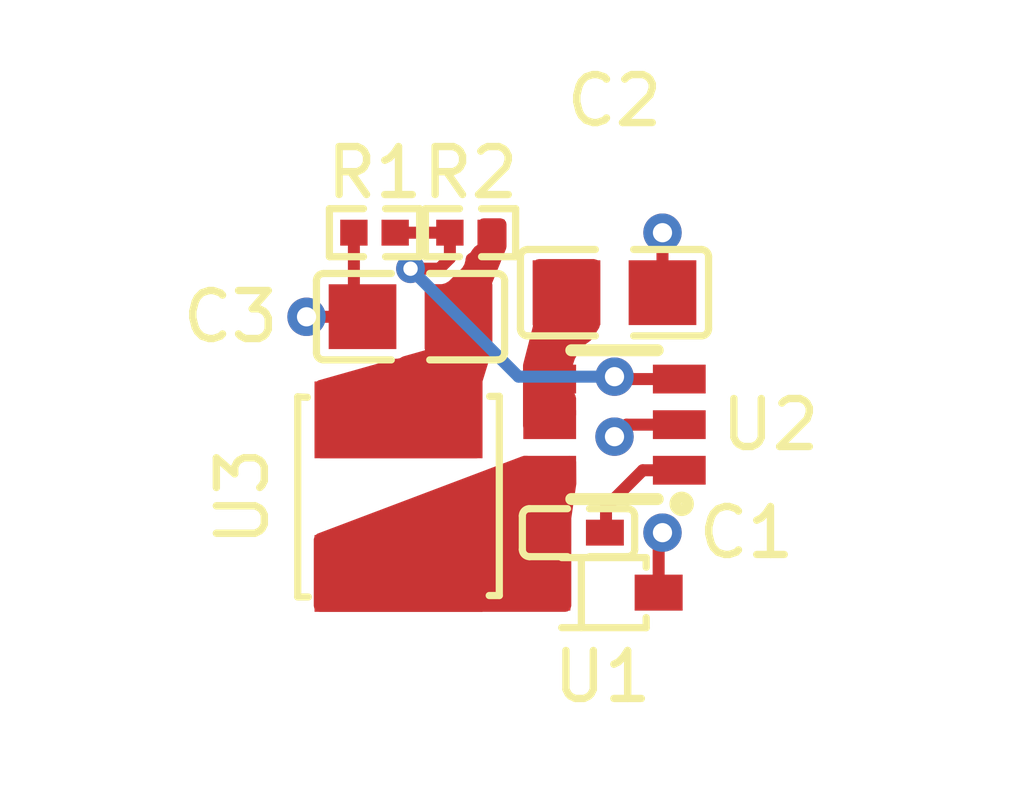
<source format=kicad_pcb>
(kicad_pcb (version 20240108) (generator "pcbnew") (generator_version "8.0")
  (layers (0 "F.Cu" signal) (31 "B.Cu" signal) (34 "B.Paste" user) (35 "F.Paste" user) (36 "B.SilkS" user "B.Silkscreen") (37 "F.SilkS" user "F.Silkscreen") (38 "B.Mask" user) (39 "F.Mask" user) (44 "Edge.Cuts" user))
  (net 0 "")
  (net 1 "hv")
  (net 2 "line")
  (net 3 "CB")
  (net 4 "SW")
  (net 5 "gnd-1")
  (net 6 "gnd")
  (net 7 "VIN")
  (footprint "atopile:C0402-b3ef17" (layer "F.Cu") (at -0.75 2.25 180)
    (property "Reference" "C1" (at -3.5 0 0) (layer "F.SilkS") (hide no))
    (property "Value" "470nF ±20% 16V X5R")
    (fp_line (start 1.17 0.35) (end 1.17 -0.35) (stroke (width 0.15)) (layer "F.SilkS"))
    (fp_line (start 1.02 -0.5) (end 0.23 -0.5) (stroke (width 0.15)) (layer "F.SilkS"))
    (fp_line (start 0.23 0.5) (end 1.02 0.5) (stroke (width 0.15)) (layer "F.SilkS"))
    (fp_line (start -0.23 0.5) (end -1.02 0.5) (stroke (width 0.15)) (layer "F.SilkS"))
    (fp_line (start -1.02 -0.5) (end -0.23 -0.5) (stroke (width 0.15)) (layer "F.SilkS"))
    (fp_line (start -1.17 0.35) (end -1.17 -0.35) (stroke (width 0.15)) (layer "F.SilkS"))
    (fp_arc (start 1.17 0.35) (mid 1.126066 0.456066) (end 1.02 0.5) (stroke (width 0.15)) (layer "F.SilkS"))
    (fp_arc (start 1.02 -0.5) (mid 1.126066 -0.456066) (end 1.17 -0.35) (stroke (width 0.15)) (layer "F.SilkS"))
    (fp_arc (start -1.02 0.5) (mid -1.126066 0.456066) (end -1.17 0.35) (stroke (width 0.15)) (layer "F.SilkS"))
    (fp_arc (start -1.17 -0.35) (mid -1.126066 -0.456066) (end -1.02 -0.5) (stroke (width 0.15)) (layer "F.SilkS"))
    (fp_text user "${REFERENCE}" (at -3.5 0 0) (layer "F.SilkS"))
    (pad "1" smd rect (at -0.55 0 180) (size 0.79 0.54) (layers "F.Cu" "F.Paste" "F.Mask") (net 3 "CB"))
    (pad "2" smd rect (at 0.55 0 180) (size 0.79 0.54) (layers "F.Cu" "F.Paste" "F.Mask") (net 4 "SW"))
  )
  (footprint "atopile:C0805-3b2e55" (layer "F.Cu") (at -4.25 -2.25 180)
    (property "Reference" "C3" (at 3.75 0 0) (layer "F.SilkS") (hide no))
    (property "Value" "100nF ±10% 50V X7R")
    (fp_line (start 1.96 0.75) (end 1.96 -0.75) (stroke (width 0.15)) (layer "F.SilkS"))
    (fp_line (start 1.81 -0.9) (end 0.4 -0.9) (stroke (width 0.15)) (layer "F.SilkS"))
    (fp_line (start 0.4 0.9) (end 1.81 0.9) (stroke (width 0.15)) (layer "F.SilkS"))
    (fp_line (start -0.4 0.9) (end -1.81 0.9) (stroke (width 0.15)) (layer "F.SilkS"))
    (fp_line (start -1.81 -0.9) (end -0.4 -0.9) (stroke (width 0.15)) (layer "F.SilkS"))
    (fp_line (start -1.96 0.75) (end -1.96 -0.75) (stroke (width 0.15)) (layer "F.SilkS"))
    (fp_arc (start 1.96 0.75) (mid 1.916066 0.856066) (end 1.81 0.9) (stroke (width 0.15)) (layer "F.SilkS"))
    (fp_arc (start 1.81 -0.9) (mid 1.916066 -0.856066) (end 1.96 -0.75) (stroke (width 0.15)) (layer "F.SilkS"))
    (fp_arc (start -1.81 0.9) (mid -1.916066 0.856066) (end -1.96 0.75) (stroke (width 0.15)) (layer "F.SilkS"))
    (fp_arc (start -1.96 -0.75) (mid -1.916066 -0.856066) (end -1.81 -0.9) (stroke (width 0.15)) (layer "F.SilkS"))
    (fp_text user "${REFERENCE}" (at 3.75 0 0) (layer "F.SilkS"))
    (pad "1" smd rect (at -1 0 180) (size 1.41 1.35) (layers "F.Cu" "F.Paste" "F.Mask") (net 1 "hv"))
    (pad "2" smd rect (at 1 0 180) (size 1.41 1.35) (layers "F.Cu" "F.Paste" "F.Mask") (net 6 "gnd"))
  )
  (footprint "atopile:C0805-3b2e55" (layer "F.Cu") (at 0 -2.75 0)
    (property "Reference" "C2" (at 0 -4 0) (layer "F.SilkS") (hide no))
    (property "Value" "100nF ±10% 50V X7R")
    (fp_line (start -1.96 0.75) (end -1.96 -0.75) (stroke (width 0.15)) (layer "F.SilkS"))
    (fp_line (start -1.81 -0.9) (end -0.4 -0.9) (stroke (width 0.15)) (layer "F.SilkS"))
    (fp_line (start -0.4 0.9) (end -1.81 0.9) (stroke (width 0.15)) (layer "F.SilkS"))
    (fp_line (start 0.4 0.9) (end 1.81 0.9) (stroke (width 0.15)) (layer "F.SilkS"))
    (fp_line (start 1.81 -0.9) (end 0.4 -0.9) (stroke (width 0.15)) (layer "F.SilkS"))
    (fp_line (start 1.96 0.75) (end 1.96 -0.75) (stroke (width 0.15)) (layer "F.SilkS"))
    (fp_arc (start -1.96 -0.75) (mid -1.916066 -0.856066) (end -1.81 -0.9) (stroke (width 0.15)) (layer "F.SilkS"))
    (fp_arc (start -1.81 0.9) (mid -1.916066 0.856066) (end -1.96 0.75) (stroke (width 0.15)) (layer "F.SilkS"))
    (fp_arc (start 1.81 -0.9) (mid 1.916066 -0.856066) (end 1.96 -0.75) (stroke (width 0.15)) (layer "F.SilkS"))
    (fp_arc (start 1.96 0.75) (mid 1.916066 0.856066) (end 1.81 0.9) (stroke (width 0.15)) (layer "F.SilkS"))
    (fp_text user "${REFERENCE}" (at 0 -4 0) (layer "F.SilkS"))
    (pad "1" smd rect (at -1 0 0) (size 1.41 1.35) (layers "F.Cu" "F.Paste" "F.Mask") (net 7 "VIN"))
    (pad "2" smd rect (at 1 0 0) (size 1.41 1.35) (layers "F.Cu" "F.Paste" "F.Mask") (net 5 "gnd-1"))
  )
  (footprint "atopile:R0402-56259e" (layer "F.Cu") (at -5 -4 180)
    (property "Reference" "R1" (at 0 1.25 0) (layer "F.SilkS") (hide no))
    (property "Value" "8.2kΩ ±1% 62.5mW")
    (fp_line (start 0.94 0.5) (end 0.94 -0.5) (stroke (width 0.15)) (layer "F.SilkS"))
    (fp_line (start 0.94 -0.5) (end 0.23 -0.5) (stroke (width 0.15)) (layer "F.SilkS"))
    (fp_line (start 0.23 0.5) (end 0.94 0.5) (stroke (width 0.15)) (layer "F.SilkS"))
    (fp_line (start -0.23 0.5) (end -0.94 0.5) (stroke (width 0.15)) (layer "F.SilkS"))
    (fp_line (start -0.94 0.5) (end -0.94 -0.5) (stroke (width 0.15)) (layer "F.SilkS"))
    (fp_line (start -0.94 -0.5) (end -0.23 -0.5) (stroke (width 0.15)) (layer "F.SilkS"))
    (fp_text user "${REFERENCE}" (at 0 1.25 0) (layer "F.SilkS"))
    (pad "1" smd rect (at -0.43 0 180) (size 0.57 0.54) (layers "F.Cu" "F.Paste" "F.Mask") (net 2 "line"))
    (pad "2" smd rect (at 0.43 0 180) (size 0.57 0.54) (layers "F.Cu" "F.Paste" "F.Mask") (net 6 "gnd"))
  )
  (footprint "lib:SOD-323_L1.8-W1.3-LS2.5-RD" (layer "F.Cu") (at -0.25 3.5 0)
    (property "Reference" "U1" (at 0 1.75 0) (layer "F.SilkS") (hide no))
    (property "Value" "")
    (fp_line (start -0.85 -0.73) (end 0.91 -0.73) (stroke (width 0.15)) (layer "F.SilkS"))
    (fp_line (start -0.85 0.73) (end 0.91 0.73) (stroke (width 0.15)) (layer "F.SilkS"))
    (fp_line (start -0.44 -0.73) (end -0.44 0.73) (stroke (width 0.15)) (layer "F.SilkS"))
    (fp_line (start 0.91 -0.73) (end 0.91 -0.53) (stroke (width 0.15)) (layer "F.SilkS"))
    (fp_line (start 0.91 0.73) (end 0.91 0.52) (stroke (width 0.15)) (layer "F.SilkS"))
    (fp_text user "${REFERENCE}" (at 0 1.75 0) (layer "F.SilkS"))
    (pad "1" smd rect (at -1.17 0 0) (size 1 0.75) (layers "F.Cu" "F.Paste" "F.Mask") (net 4 "SW"))
    (pad "2" smd rect (at 1.17 0 0) (size 1 0.75) (layers "F.Cu" "F.Paste" "F.Mask") (net 6 "gnd"))
  )
  (footprint "lib:SOT-23-6_L2.9-W1.6-P0.95-LS2.8-BR" (layer "F.Cu") (at 0 0 0)
    (property "Reference" "U2" (at 3.25 0 0) (layer "F.SilkS") (hide no))
    (property "Value" "")
    (fp_line (start -0.9 -1.55) (end 0.9 -1.55) (stroke (width 0.25)) (layer "F.SilkS"))
    (fp_line (start -0.9 1.55) (end 0.9 1.55) (stroke (width 0.25)) (layer "F.SilkS"))
    (fp_circle (center 1.4 1.65) (end 1.53 1.65) (stroke (width 0.25)) (fill none) (layer "F.SilkS"))
    (fp_text user "${REFERENCE}" (at 3.25 0 0) (layer "F.SilkS"))
    (pad "1" smd rect (at 1.35 0.95 0) (size 1.1 0.6) (layers "F.Cu" "F.Paste" "F.Mask") (net 3 "CB"))
    (pad "2" smd rect (at 1.35 0 0) (size 1.1 0.6) (layers "F.Cu" "F.Paste" "F.Mask") (net 5 "gnd-1"))
    (pad "3" smd rect (at 1.35 -0.95 0) (size 1.1 0.6) (layers "F.Cu" "F.Paste" "F.Mask") (net 2 "line"))
    (pad "4" smd rect (at -1.35 -0.95 0) (size 1.1 0.6) (layers "F.Cu" "F.Paste" "F.Mask") (net 7 "VIN"))
    (pad "5" smd rect (at -1.35 0 0) (size 1.1 0.6) (layers "F.Cu" "F.Paste" "F.Mask") (net 7 "VIN"))
    (pad "6" smd rect (at -1.35 0.95 0) (size 1.1 0.6) (layers "F.Cu" "F.Paste" "F.Mask") (net 4 "SW"))
  )
  (footprint "lib:IND-SMD_L4.0-W4.0" (layer "F.Cu") (at -4.5 1.5 90)
    (property "Reference" "U3" (at 0 -3.25 90) (layer "F.SilkS") (hide no))
    (property "Value" "10µH ±20%")
    (fp_line (start 2.08 -2.1) (end -2.09 -2.1) (stroke (width 0.15)) (layer "F.SilkS"))
    (fp_line (start -2.09 -2.1) (end -2.09 -1.88) (stroke (width 0.15)) (layer "F.SilkS"))
    (fp_line (start 2.07 -1.9) (end 2.08 -2.1) (stroke (width 0.15)) (layer "F.SilkS"))
    (fp_line (start -2.06 1.89) (end -2.06 2.1) (stroke (width 0.15)) (layer "F.SilkS"))
    (fp_line (start 2.09 2.1) (end 2.09 1.9) (stroke (width 0.15)) (layer "F.SilkS"))
    (fp_line (start -2.06 2.1) (end 2.09 2.1) (stroke (width 0.15)) (layer "F.SilkS"))
    (fp_text user "${REFERENCE}" (at 0 -3.25 90) (layer "F.SilkS"))
    (pad "1" smd rect (at -1.6 0 90) (size 1.6 3.5) (layers "F.Cu" "F.Paste" "F.Mask") (net 4 "SW"))
    (pad "2" smd rect (at 1.6 0 90) (size 1.6 3.5) (layers "F.Cu" "F.Paste" "F.Mask") (net 1 "hv"))
  )
  (footprint "atopile:R0402-56259e" (layer "F.Cu") (at -3 -4 180)
    (property "Reference" "R2" (at 0 1.25 0) (layer "F.SilkS") (hide no))
    (property "Value" "10kΩ ±1% 62.5mW")
    (fp_line (start 0.94 0.5) (end 0.94 -0.5) (stroke (width 0.15)) (layer "F.SilkS"))
    (fp_line (start 0.94 -0.5) (end 0.23 -0.5) (stroke (width 0.15)) (layer "F.SilkS"))
    (fp_line (start 0.23 0.5) (end 0.94 0.5) (stroke (width 0.15)) (layer "F.SilkS"))
    (fp_line (start -0.23 0.5) (end -0.94 0.5) (stroke (width 0.15)) (layer "F.SilkS"))
    (fp_line (start -0.94 0.5) (end -0.94 -0.5) (stroke (width 0.15)) (layer "F.SilkS"))
    (fp_line (start -0.94 -0.5) (end -0.23 -0.5) (stroke (width 0.15)) (layer "F.SilkS"))
    (fp_text user "${REFERENCE}" (at 0 1.25 0) (layer "F.SilkS"))
    (pad "1" smd rect (at -0.43 0 180) (size 0.57 0.54) (layers "F.Cu" "F.Paste" "F.Mask") (net 1 "hv"))
    (pad "2" smd rect (at 0.43 0 180) (size 0.57 0.54) (layers "F.Cu" "F.Paste" "F.Mask") (net 2 "line"))
  )
  (via (at -4.25 -3.25) (size 0.6) (drill 0.3) (net 2) (layers "F.Cu" "B.Cu"))
  (via (at 0 -1) (size 0.8) (drill 0.4) (net 2) (layers "F.Cu" "B.Cu"))
  (via (at 1 -4) (size 0.8) (drill 0.4) (net 5) (layers "F.Cu" "B.Cu"))
  (via (at 0 0.25) (size 0.8) (drill 0.4) (net 5) (layers "F.Cu" "B.Cu"))
  (via (at -6.416604 -2.247333) (size 0.8) (drill 0.4) (net 6) (layers "F.Cu" "B.Cu"))
  (via (at 1 2.25) (size 0.8) (drill 0.4) (net 6) (layers "F.Cu" "B.Cu"))
  (zone (net 4) (net_name "SW") (layers "F.Cu") (priority 1) (connect_pads yes (clearance 0.2)) (min_thickness 0.25) (fill yes (thermal_gap 0.5) (thermal_bridge_width 0.5))
    (polygon (pts (xy -1.9 0.65) (xy -6.266056 2.3) (xy -6.266056 3.9) (xy -2.75 3.9) (xy -1.95 3.9) (xy -0.9 3.9) (xy -0.9 2.55) (xy -0.9 1.95) (xy -0.795534 1.233721) (xy -0.8 0.65)))
  )
  (zone (net 1) (net_name "hv") (layers "F.Cu") (connect_pads yes (clearance 0.2)) (min_thickness 0.25) (fill yes (thermal_gap 0.5) (thermal_bridge_width 0.5))
    (polygon (pts (xy -2.55 -2.95) (xy -2.55 -1.55) (xy -2.75 -0.9) (xy -2.75 0.7) (xy -6.25 0.7) (xy -6.25 -0.9) (xy -3.95 -1.55) (xy -3.95 -2.964836) (xy -2.85 -3.75) (xy -2.85 -4.3) (xy -2.25 -4.3) (xy -2.25 -3.685923)))
  )
  (zone (net 7) (net_name "VIN") (layers "F.Cu") (priority 2) (connect_pads yes (clearance 0.5)) (min_thickness 0.25) (fill yes (thermal_gap 0.5) (thermal_bridge_width 0.5))
    (polygon (pts (xy -0.8 -1.25) (xy -0.3 -2.05) (xy -0.3 -3.45) (xy -1.7 -3.45) (xy -1.7 -2.05) (xy -1.906329 -1.246819) (xy -1.906329 0.287849) (xy -0.8 0.3)))
  )
  (segment (start -3.65 -3.25) (end -4.25 -3.25) (width 0.25) (layer "F.Cu") (net 2))
  (segment (start -3.43 -3.47) (end -3.65 -3.25) (width 0.25) (layer "F.Cu") (net 2))
  (segment (start 1.35 -0.95) (end 0.05 -0.95) (width 0.25) (layer "F.Cu") (net 2))
  (segment (start -3.43 -4) (end -3.43 -3.47) (width 0.25) (layer "F.Cu") (net 2))
  (segment (start 0.05 -0.95) (end 0 -1) (width 0.25) (layer "F.Cu") (net 2))
  (segment (start -3.43 -4) (end -4.57 -4) (width 0.25) (layer "F.Cu") (net 2))
  (segment (start -2 -1) (end 0 -1) (width 0.25) (layer "B.Cu") (net 2))
  (segment (start -4.25 -3.25) (end -2 -1) (width 0.25) (layer "B.Cu") (net 2))
  (segment (start -0.17662 1.715744) (end 0.589124 0.95) (width 0.25) (layer "F.Cu") (net 3))
  (segment (start 0.589124 0.95) (end 1.35 0.95) (width 0.25) (layer "F.Cu") (net 3))
  (segment (start -0.17662 2.236505) (end -0.17662 1.715744) (width 0.25) (layer "F.Cu") (net 3))
  (segment (start 1 -4) (end 1 -2.75) (width 0.25) (layer "F.Cu") (net 5))
  (segment (start 1.35 0) (end 0.25 0) (width 0.25) (layer "F.Cu") (net 5))
  (segment (start 0.25 0) (end 0 0.25) (width 0.25) (layer "F.Cu") (net 5))
  (segment (start -5.43 -2.43) (end -5.25 -2.25) (width 0.25) (layer "F.Cu") (net 6))
  (segment (start 0.92 2.33) (end 1 2.25) (width 0.25) (layer "F.Cu") (net 6))
  (segment (start -5.43 -4) (end -5.43 -2.43) (width 0.25) (layer "F.Cu") (net 6))
  (segment (start -6.416604 -2.247333) (end -5.252667 -2.247333) (width 0.25) (layer "F.Cu") (net 6))
  (segment (start -5.252667 -2.247333) (end -5.25 -2.25) (width 0.25) (layer "F.Cu") (net 6))
  (segment (start 0.92 3.5) (end 0.92 2.33) (width 0.25) (layer "F.Cu") (net 6))
)
</source>
